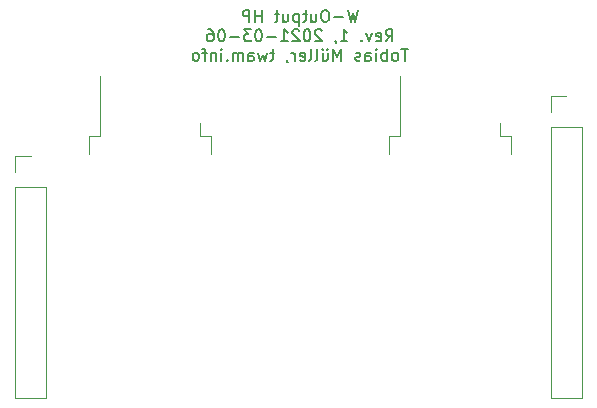
<source format=gbr>
%TF.GenerationSoftware,KiCad,Pcbnew,(5.1.9-0-10_14)*%
%TF.CreationDate,2021-03-07T16:31:49+01:00*%
%TF.ProjectId,W-Output HP,572d4f75-7470-4757-9420-48502e6b6963,1*%
%TF.SameCoordinates,Original*%
%TF.FileFunction,Legend,Bot*%
%TF.FilePolarity,Positive*%
%FSLAX46Y46*%
G04 Gerber Fmt 4.6, Leading zero omitted, Abs format (unit mm)*
G04 Created by KiCad (PCBNEW (5.1.9-0-10_14)) date 2021-03-07 16:31:49*
%MOMM*%
%LPD*%
G01*
G04 APERTURE LIST*
%ADD10C,0.150000*%
%ADD11C,0.120000*%
G04 APERTURE END LIST*
D10*
X154904761Y-81292380D02*
X154666666Y-82292380D01*
X154476190Y-81578095D01*
X154285714Y-82292380D01*
X154047619Y-81292380D01*
X153666666Y-81911428D02*
X152904761Y-81911428D01*
X152238095Y-81292380D02*
X152047619Y-81292380D01*
X151952380Y-81340000D01*
X151857142Y-81435238D01*
X151809523Y-81625714D01*
X151809523Y-81959047D01*
X151857142Y-82149523D01*
X151952380Y-82244761D01*
X152047619Y-82292380D01*
X152238095Y-82292380D01*
X152333333Y-82244761D01*
X152428571Y-82149523D01*
X152476190Y-81959047D01*
X152476190Y-81625714D01*
X152428571Y-81435238D01*
X152333333Y-81340000D01*
X152238095Y-81292380D01*
X150952380Y-81625714D02*
X150952380Y-82292380D01*
X151380952Y-81625714D02*
X151380952Y-82149523D01*
X151333333Y-82244761D01*
X151238095Y-82292380D01*
X151095238Y-82292380D01*
X151000000Y-82244761D01*
X150952380Y-82197142D01*
X150619047Y-81625714D02*
X150238095Y-81625714D01*
X150476190Y-81292380D02*
X150476190Y-82149523D01*
X150428571Y-82244761D01*
X150333333Y-82292380D01*
X150238095Y-82292380D01*
X149904761Y-81625714D02*
X149904761Y-82625714D01*
X149904761Y-81673333D02*
X149809523Y-81625714D01*
X149619047Y-81625714D01*
X149523809Y-81673333D01*
X149476190Y-81720952D01*
X149428571Y-81816190D01*
X149428571Y-82101904D01*
X149476190Y-82197142D01*
X149523809Y-82244761D01*
X149619047Y-82292380D01*
X149809523Y-82292380D01*
X149904761Y-82244761D01*
X148571428Y-81625714D02*
X148571428Y-82292380D01*
X149000000Y-81625714D02*
X149000000Y-82149523D01*
X148952380Y-82244761D01*
X148857142Y-82292380D01*
X148714285Y-82292380D01*
X148619047Y-82244761D01*
X148571428Y-82197142D01*
X148238095Y-81625714D02*
X147857142Y-81625714D01*
X148095238Y-81292380D02*
X148095238Y-82149523D01*
X148047619Y-82244761D01*
X147952380Y-82292380D01*
X147857142Y-82292380D01*
X146761904Y-82292380D02*
X146761904Y-81292380D01*
X146761904Y-81768571D02*
X146190476Y-81768571D01*
X146190476Y-82292380D02*
X146190476Y-81292380D01*
X145714285Y-82292380D02*
X145714285Y-81292380D01*
X145333333Y-81292380D01*
X145238095Y-81340000D01*
X145190476Y-81387619D01*
X145142857Y-81482857D01*
X145142857Y-81625714D01*
X145190476Y-81720952D01*
X145238095Y-81768571D01*
X145333333Y-81816190D01*
X145714285Y-81816190D01*
X157261904Y-83942380D02*
X157595238Y-83466190D01*
X157833333Y-83942380D02*
X157833333Y-82942380D01*
X157452380Y-82942380D01*
X157357142Y-82990000D01*
X157309523Y-83037619D01*
X157261904Y-83132857D01*
X157261904Y-83275714D01*
X157309523Y-83370952D01*
X157357142Y-83418571D01*
X157452380Y-83466190D01*
X157833333Y-83466190D01*
X156452380Y-83894761D02*
X156547619Y-83942380D01*
X156738095Y-83942380D01*
X156833333Y-83894761D01*
X156880952Y-83799523D01*
X156880952Y-83418571D01*
X156833333Y-83323333D01*
X156738095Y-83275714D01*
X156547619Y-83275714D01*
X156452380Y-83323333D01*
X156404761Y-83418571D01*
X156404761Y-83513809D01*
X156880952Y-83609047D01*
X156071428Y-83275714D02*
X155833333Y-83942380D01*
X155595238Y-83275714D01*
X155214285Y-83847142D02*
X155166666Y-83894761D01*
X155214285Y-83942380D01*
X155261904Y-83894761D01*
X155214285Y-83847142D01*
X155214285Y-83942380D01*
X153452380Y-83942380D02*
X154023809Y-83942380D01*
X153738095Y-83942380D02*
X153738095Y-82942380D01*
X153833333Y-83085238D01*
X153928571Y-83180476D01*
X154023809Y-83228095D01*
X152976190Y-83894761D02*
X152976190Y-83942380D01*
X153023809Y-84037619D01*
X153071428Y-84085238D01*
X151833333Y-83037619D02*
X151785714Y-82990000D01*
X151690476Y-82942380D01*
X151452380Y-82942380D01*
X151357142Y-82990000D01*
X151309523Y-83037619D01*
X151261904Y-83132857D01*
X151261904Y-83228095D01*
X151309523Y-83370952D01*
X151880952Y-83942380D01*
X151261904Y-83942380D01*
X150642857Y-82942380D02*
X150547619Y-82942380D01*
X150452380Y-82990000D01*
X150404761Y-83037619D01*
X150357142Y-83132857D01*
X150309523Y-83323333D01*
X150309523Y-83561428D01*
X150357142Y-83751904D01*
X150404761Y-83847142D01*
X150452380Y-83894761D01*
X150547619Y-83942380D01*
X150642857Y-83942380D01*
X150738095Y-83894761D01*
X150785714Y-83847142D01*
X150833333Y-83751904D01*
X150880952Y-83561428D01*
X150880952Y-83323333D01*
X150833333Y-83132857D01*
X150785714Y-83037619D01*
X150738095Y-82990000D01*
X150642857Y-82942380D01*
X149928571Y-83037619D02*
X149880952Y-82990000D01*
X149785714Y-82942380D01*
X149547619Y-82942380D01*
X149452380Y-82990000D01*
X149404761Y-83037619D01*
X149357142Y-83132857D01*
X149357142Y-83228095D01*
X149404761Y-83370952D01*
X149976190Y-83942380D01*
X149357142Y-83942380D01*
X148404761Y-83942380D02*
X148976190Y-83942380D01*
X148690476Y-83942380D02*
X148690476Y-82942380D01*
X148785714Y-83085238D01*
X148880952Y-83180476D01*
X148976190Y-83228095D01*
X147976190Y-83561428D02*
X147214285Y-83561428D01*
X146547619Y-82942380D02*
X146452380Y-82942380D01*
X146357142Y-82990000D01*
X146309523Y-83037619D01*
X146261904Y-83132857D01*
X146214285Y-83323333D01*
X146214285Y-83561428D01*
X146261904Y-83751904D01*
X146309523Y-83847142D01*
X146357142Y-83894761D01*
X146452380Y-83942380D01*
X146547619Y-83942380D01*
X146642857Y-83894761D01*
X146690476Y-83847142D01*
X146738095Y-83751904D01*
X146785714Y-83561428D01*
X146785714Y-83323333D01*
X146738095Y-83132857D01*
X146690476Y-83037619D01*
X146642857Y-82990000D01*
X146547619Y-82942380D01*
X145880952Y-82942380D02*
X145261904Y-82942380D01*
X145595238Y-83323333D01*
X145452380Y-83323333D01*
X145357142Y-83370952D01*
X145309523Y-83418571D01*
X145261904Y-83513809D01*
X145261904Y-83751904D01*
X145309523Y-83847142D01*
X145357142Y-83894761D01*
X145452380Y-83942380D01*
X145738095Y-83942380D01*
X145833333Y-83894761D01*
X145880952Y-83847142D01*
X144833333Y-83561428D02*
X144071428Y-83561428D01*
X143404761Y-82942380D02*
X143309523Y-82942380D01*
X143214285Y-82990000D01*
X143166666Y-83037619D01*
X143119047Y-83132857D01*
X143071428Y-83323333D01*
X143071428Y-83561428D01*
X143119047Y-83751904D01*
X143166666Y-83847142D01*
X143214285Y-83894761D01*
X143309523Y-83942380D01*
X143404761Y-83942380D01*
X143500000Y-83894761D01*
X143547619Y-83847142D01*
X143595238Y-83751904D01*
X143642857Y-83561428D01*
X143642857Y-83323333D01*
X143595238Y-83132857D01*
X143547619Y-83037619D01*
X143500000Y-82990000D01*
X143404761Y-82942380D01*
X142214285Y-82942380D02*
X142404761Y-82942380D01*
X142500000Y-82990000D01*
X142547619Y-83037619D01*
X142642857Y-83180476D01*
X142690476Y-83370952D01*
X142690476Y-83751904D01*
X142642857Y-83847142D01*
X142595238Y-83894761D01*
X142500000Y-83942380D01*
X142309523Y-83942380D01*
X142214285Y-83894761D01*
X142166666Y-83847142D01*
X142119047Y-83751904D01*
X142119047Y-83513809D01*
X142166666Y-83418571D01*
X142214285Y-83370952D01*
X142309523Y-83323333D01*
X142500000Y-83323333D01*
X142595238Y-83370952D01*
X142642857Y-83418571D01*
X142690476Y-83513809D01*
X159166666Y-84592380D02*
X158595238Y-84592380D01*
X158880952Y-85592380D02*
X158880952Y-84592380D01*
X158119047Y-85592380D02*
X158214285Y-85544761D01*
X158261904Y-85497142D01*
X158309523Y-85401904D01*
X158309523Y-85116190D01*
X158261904Y-85020952D01*
X158214285Y-84973333D01*
X158119047Y-84925714D01*
X157976190Y-84925714D01*
X157880952Y-84973333D01*
X157833333Y-85020952D01*
X157785714Y-85116190D01*
X157785714Y-85401904D01*
X157833333Y-85497142D01*
X157880952Y-85544761D01*
X157976190Y-85592380D01*
X158119047Y-85592380D01*
X157357142Y-85592380D02*
X157357142Y-84592380D01*
X157357142Y-84973333D02*
X157261904Y-84925714D01*
X157071428Y-84925714D01*
X156976190Y-84973333D01*
X156928571Y-85020952D01*
X156880952Y-85116190D01*
X156880952Y-85401904D01*
X156928571Y-85497142D01*
X156976190Y-85544761D01*
X157071428Y-85592380D01*
X157261904Y-85592380D01*
X157357142Y-85544761D01*
X156452380Y-85592380D02*
X156452380Y-84925714D01*
X156452380Y-84592380D02*
X156500000Y-84640000D01*
X156452380Y-84687619D01*
X156404761Y-84640000D01*
X156452380Y-84592380D01*
X156452380Y-84687619D01*
X155547619Y-85592380D02*
X155547619Y-85068571D01*
X155595238Y-84973333D01*
X155690476Y-84925714D01*
X155880952Y-84925714D01*
X155976190Y-84973333D01*
X155547619Y-85544761D02*
X155642857Y-85592380D01*
X155880952Y-85592380D01*
X155976190Y-85544761D01*
X156023809Y-85449523D01*
X156023809Y-85354285D01*
X155976190Y-85259047D01*
X155880952Y-85211428D01*
X155642857Y-85211428D01*
X155547619Y-85163809D01*
X155119047Y-85544761D02*
X155023809Y-85592380D01*
X154833333Y-85592380D01*
X154738095Y-85544761D01*
X154690476Y-85449523D01*
X154690476Y-85401904D01*
X154738095Y-85306666D01*
X154833333Y-85259047D01*
X154976190Y-85259047D01*
X155071428Y-85211428D01*
X155119047Y-85116190D01*
X155119047Y-85068571D01*
X155071428Y-84973333D01*
X154976190Y-84925714D01*
X154833333Y-84925714D01*
X154738095Y-84973333D01*
X153500000Y-85592380D02*
X153500000Y-84592380D01*
X153166666Y-85306666D01*
X152833333Y-84592380D01*
X152833333Y-85592380D01*
X151928571Y-84925714D02*
X151928571Y-85592380D01*
X152357142Y-84925714D02*
X152357142Y-85449523D01*
X152309523Y-85544761D01*
X152214285Y-85592380D01*
X152071428Y-85592380D01*
X151976190Y-85544761D01*
X151928571Y-85497142D01*
X152309523Y-84592380D02*
X152261904Y-84640000D01*
X152309523Y-84687619D01*
X152357142Y-84640000D01*
X152309523Y-84592380D01*
X152309523Y-84687619D01*
X151928571Y-84592380D02*
X151880952Y-84640000D01*
X151928571Y-84687619D01*
X151976190Y-84640000D01*
X151928571Y-84592380D01*
X151928571Y-84687619D01*
X151309523Y-85592380D02*
X151404761Y-85544761D01*
X151452380Y-85449523D01*
X151452380Y-84592380D01*
X150785714Y-85592380D02*
X150880952Y-85544761D01*
X150928571Y-85449523D01*
X150928571Y-84592380D01*
X150023809Y-85544761D02*
X150119047Y-85592380D01*
X150309523Y-85592380D01*
X150404761Y-85544761D01*
X150452380Y-85449523D01*
X150452380Y-85068571D01*
X150404761Y-84973333D01*
X150309523Y-84925714D01*
X150119047Y-84925714D01*
X150023809Y-84973333D01*
X149976190Y-85068571D01*
X149976190Y-85163809D01*
X150452380Y-85259047D01*
X149547619Y-85592380D02*
X149547619Y-84925714D01*
X149547619Y-85116190D02*
X149500000Y-85020952D01*
X149452380Y-84973333D01*
X149357142Y-84925714D01*
X149261904Y-84925714D01*
X148880952Y-85544761D02*
X148880952Y-85592380D01*
X148928571Y-85687619D01*
X148976190Y-85735238D01*
X147833333Y-84925714D02*
X147452380Y-84925714D01*
X147690476Y-84592380D02*
X147690476Y-85449523D01*
X147642857Y-85544761D01*
X147547619Y-85592380D01*
X147452380Y-85592380D01*
X147214285Y-84925714D02*
X147023809Y-85592380D01*
X146833333Y-85116190D01*
X146642857Y-85592380D01*
X146452380Y-84925714D01*
X145642857Y-85592380D02*
X145642857Y-85068571D01*
X145690476Y-84973333D01*
X145785714Y-84925714D01*
X145976190Y-84925714D01*
X146071428Y-84973333D01*
X145642857Y-85544761D02*
X145738095Y-85592380D01*
X145976190Y-85592380D01*
X146071428Y-85544761D01*
X146119047Y-85449523D01*
X146119047Y-85354285D01*
X146071428Y-85259047D01*
X145976190Y-85211428D01*
X145738095Y-85211428D01*
X145642857Y-85163809D01*
X145166666Y-85592380D02*
X145166666Y-84925714D01*
X145166666Y-85020952D02*
X145119047Y-84973333D01*
X145023809Y-84925714D01*
X144880952Y-84925714D01*
X144785714Y-84973333D01*
X144738095Y-85068571D01*
X144738095Y-85592380D01*
X144738095Y-85068571D02*
X144690476Y-84973333D01*
X144595238Y-84925714D01*
X144452380Y-84925714D01*
X144357142Y-84973333D01*
X144309523Y-85068571D01*
X144309523Y-85592380D01*
X143833333Y-85497142D02*
X143785714Y-85544761D01*
X143833333Y-85592380D01*
X143880952Y-85544761D01*
X143833333Y-85497142D01*
X143833333Y-85592380D01*
X143357142Y-85592380D02*
X143357142Y-84925714D01*
X143357142Y-84592380D02*
X143404761Y-84640000D01*
X143357142Y-84687619D01*
X143309523Y-84640000D01*
X143357142Y-84592380D01*
X143357142Y-84687619D01*
X142880952Y-84925714D02*
X142880952Y-85592380D01*
X142880952Y-85020952D02*
X142833333Y-84973333D01*
X142738095Y-84925714D01*
X142595238Y-84925714D01*
X142500000Y-84973333D01*
X142452380Y-85068571D01*
X142452380Y-85592380D01*
X142119047Y-84925714D02*
X141738095Y-84925714D01*
X141976190Y-85592380D02*
X141976190Y-84735238D01*
X141928571Y-84640000D01*
X141833333Y-84592380D01*
X141738095Y-84592380D01*
X141261904Y-85592380D02*
X141357142Y-85544761D01*
X141404761Y-85497142D01*
X141452380Y-85401904D01*
X141452380Y-85116190D01*
X141404761Y-85020952D01*
X141357142Y-84973333D01*
X141261904Y-84925714D01*
X141119047Y-84925714D01*
X141023809Y-84973333D01*
X140976190Y-85020952D01*
X140928571Y-85116190D01*
X140928571Y-85401904D01*
X140976190Y-85497142D01*
X141023809Y-85544761D01*
X141119047Y-85592380D01*
X141261904Y-85592380D01*
D11*
%TO.C,J2*%
X127200000Y-93670000D02*
X125870000Y-93670000D01*
X125870000Y-93670000D02*
X125870000Y-95000000D01*
X125870000Y-96270000D02*
X125870000Y-114110000D01*
X128530000Y-114110000D02*
X125870000Y-114110000D01*
X128530000Y-96270000D02*
X128530000Y-114110000D01*
X128530000Y-96270000D02*
X125870000Y-96270000D01*
%TO.C,J1*%
X172560000Y-88590000D02*
X171230000Y-88590000D01*
X171230000Y-88590000D02*
X171230000Y-89920000D01*
X171230000Y-91190000D02*
X171230000Y-114110000D01*
X173890000Y-114110000D02*
X171230000Y-114110000D01*
X173890000Y-91190000D02*
X173890000Y-114110000D01*
X173890000Y-91190000D02*
X171230000Y-91190000D01*
%TO.C,U5*%
X166950000Y-91970000D02*
X166950000Y-90870000D01*
X167900000Y-91970000D02*
X166950000Y-91970000D01*
X167900000Y-93470000D02*
X167900000Y-91970000D01*
X158450000Y-91970000D02*
X158450000Y-86845000D01*
X157500000Y-91970000D02*
X158450000Y-91970000D01*
X157500000Y-93470000D02*
X157500000Y-91970000D01*
%TO.C,U4*%
X141550000Y-91970000D02*
X141550000Y-90870000D01*
X142500000Y-91970000D02*
X141550000Y-91970000D01*
X142500000Y-93470000D02*
X142500000Y-91970000D01*
X133050000Y-91970000D02*
X133050000Y-86845000D01*
X132100000Y-91970000D02*
X133050000Y-91970000D01*
X132100000Y-93470000D02*
X132100000Y-91970000D01*
%TD*%
M02*

</source>
